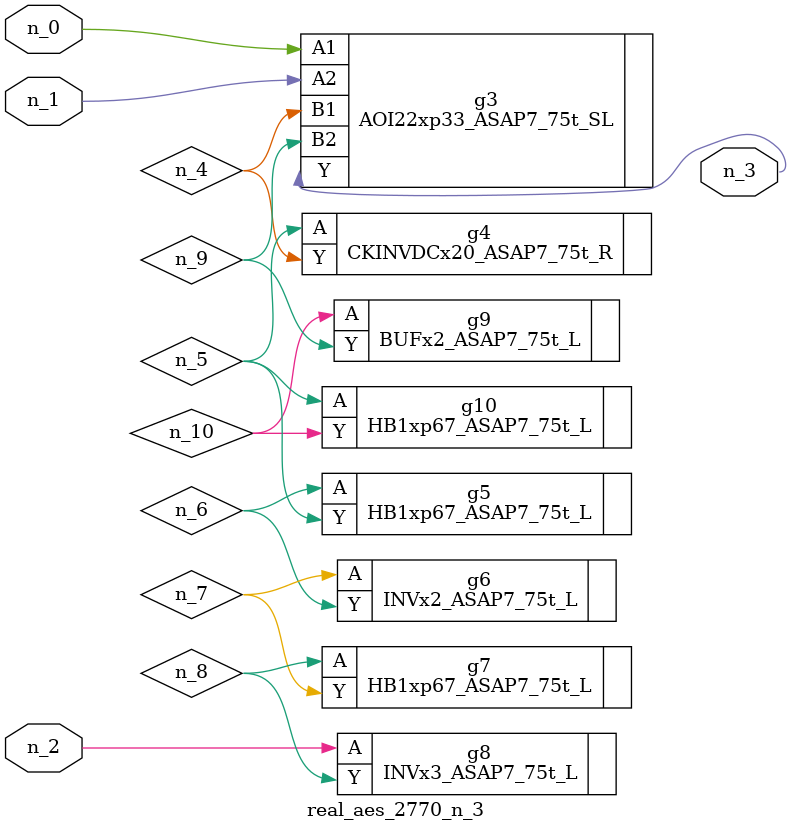
<source format=v>
module real_aes_2770_n_3 (n_0, n_2, n_1, n_3);
input n_0;
input n_2;
input n_1;
output n_3;
wire n_4;
wire n_5;
wire n_7;
wire n_9;
wire n_6;
wire n_8;
wire n_10;
AOI22xp33_ASAP7_75t_SL g3 ( .A1(n_0), .A2(n_1), .B1(n_4), .B2(n_9), .Y(n_3) );
INVx3_ASAP7_75t_L g8 ( .A(n_2), .Y(n_8) );
CKINVDCx20_ASAP7_75t_R g4 ( .A(n_5), .Y(n_4) );
HB1xp67_ASAP7_75t_L g10 ( .A(n_5), .Y(n_10) );
HB1xp67_ASAP7_75t_L g5 ( .A(n_6), .Y(n_5) );
INVx2_ASAP7_75t_L g6 ( .A(n_7), .Y(n_6) );
HB1xp67_ASAP7_75t_L g7 ( .A(n_8), .Y(n_7) );
BUFx2_ASAP7_75t_L g9 ( .A(n_10), .Y(n_9) );
endmodule
</source>
